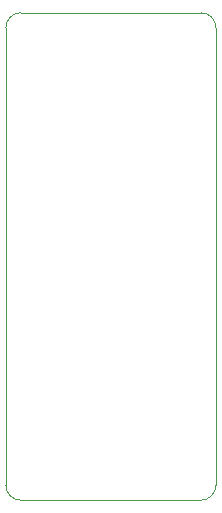
<source format=gbr>
G04 #@! TF.GenerationSoftware,KiCad,Pcbnew,(5.1.2)-1*
G04 #@! TF.CreationDate,2019-05-20T03:11:49+02:00*
G04 #@! TF.ProjectId,programmer,70726f67-7261-46d6-9d65-722e6b696361,rev?*
G04 #@! TF.SameCoordinates,Original*
G04 #@! TF.FileFunction,Profile,NP*
%FSLAX46Y46*%
G04 Gerber Fmt 4.6, Leading zero omitted, Abs format (unit mm)*
G04 Created by KiCad (PCBNEW (5.1.2)-1) date 2019-05-20 03:11:49*
%MOMM*%
%LPD*%
G04 APERTURE LIST*
%ADD10C,0.101600*%
G04 APERTURE END LIST*
D10*
X20320000Y-53340000D02*
G75*
G02X19050000Y-52070000I0J1270000D01*
G01*
X36830000Y-52070000D02*
G75*
G02X35560000Y-53340000I-1270000J0D01*
G01*
X35560000Y-12065000D02*
G75*
G02X36830000Y-13335000I0J-1270000D01*
G01*
X19050000Y-13335000D02*
G75*
G02X20320000Y-12065000I1270000J0D01*
G01*
X35560000Y-12065000D02*
X20320000Y-12065000D01*
X36830000Y-52070000D02*
X36830000Y-13335000D01*
X20320000Y-53340000D02*
X35560000Y-53340000D01*
X19050000Y-13335000D02*
X19050000Y-52070000D01*
M02*

</source>
